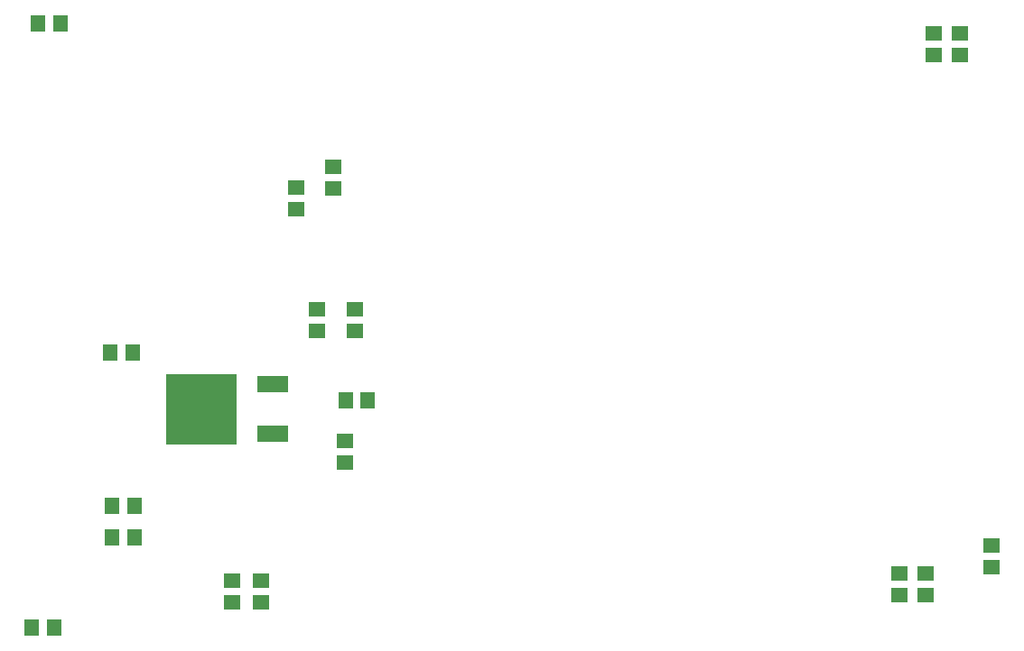
<source format=gbp>
G04*
G04 #@! TF.GenerationSoftware,Altium Limited,Altium Designer,18.0.12 (696)*
G04*
G04 Layer_Color=128*
%FSLAX25Y25*%
%MOIN*%
G70*
G01*
G75*
%ADD14R,0.05512X0.05906*%
%ADD15R,0.05906X0.05512*%
%ADD62R,0.11811X0.06299*%
%ADD63R,0.26378X0.26378*%
D14*
X-352500Y108900D02*
D03*
X-344400D02*
D03*
X-381500Y7200D02*
D03*
X-373400D02*
D03*
X-257500Y91200D02*
D03*
X-265600D02*
D03*
X-371000Y230600D02*
D03*
X-379100D02*
D03*
X-343700Y40500D02*
D03*
X-351800D02*
D03*
X-343700Y52100D02*
D03*
X-351800D02*
D03*
D15*
X-276400Y124900D02*
D03*
Y116800D02*
D03*
X-262100Y124900D02*
D03*
Y116800D02*
D03*
X-48700Y226900D02*
D03*
Y218800D02*
D03*
X-38900Y227000D02*
D03*
Y218900D02*
D03*
X-27300Y29400D02*
D03*
Y37500D02*
D03*
X-51700Y19100D02*
D03*
Y27200D02*
D03*
X-61400Y19200D02*
D03*
Y27300D02*
D03*
X-265800Y68100D02*
D03*
Y76200D02*
D03*
X-270300Y177600D02*
D03*
Y169500D02*
D03*
X-283900Y161700D02*
D03*
Y169800D02*
D03*
X-307700Y24600D02*
D03*
Y16500D02*
D03*
X-297000Y24600D02*
D03*
Y16500D02*
D03*
D62*
X-292719Y78945D02*
D03*
Y97055D02*
D03*
D63*
X-318900Y88000D02*
D03*
M02*

</source>
